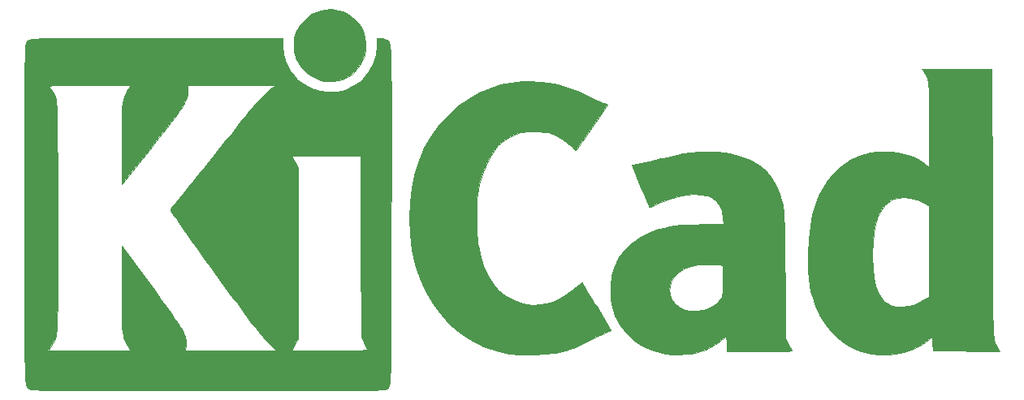
<source format=gbr>
%TF.GenerationSoftware,KiCad,Pcbnew,8.99.0-77eaa75db1*%
%TF.CreationDate,2024-04-05T00:54:02+02:00*%
%TF.ProjectId,template,74656d70-6c61-4746-952e-6b696361645f,0.1.0*%
%TF.SameCoordinates,Original*%
%TF.FileFunction,Legend,Top*%
%TF.FilePolarity,Positive*%
%FSLAX46Y46*%
G04 Gerber Fmt 4.6, Leading zero omitted, Abs format (unit mm)*
G04 Created by KiCad (PCBNEW 8.99.0-77eaa75db1) date 2024-04-05 00:54:02*
%MOMM*%
%LPD*%
G01*
G04 APERTURE LIST*
%ADD10C,0.010000*%
%ADD11C,3.000000*%
G04 APERTURE END LIST*
D10*
%TO.C,REF\u002A\u002A*%
X141923853Y-33349481D02*
X142607527Y-33586525D01*
X143244052Y-33959631D01*
X143812525Y-34468751D01*
X144292043Y-35113836D01*
X144507442Y-35520430D01*
X144693861Y-36089144D01*
X144784217Y-36745703D01*
X144774209Y-37420684D01*
X144663112Y-38032332D01*
X144359462Y-38779746D01*
X143919141Y-39428074D01*
X143364529Y-39964558D01*
X142718008Y-40376444D01*
X142001955Y-40650974D01*
X141238751Y-40775391D01*
X140450777Y-40736940D01*
X140062365Y-40654767D01*
X139305384Y-40360303D01*
X138633063Y-39910967D01*
X138061618Y-39320611D01*
X137607268Y-38603089D01*
X137568828Y-38524731D01*
X137435943Y-38230684D01*
X137352505Y-37983035D01*
X137307204Y-37721784D01*
X137288729Y-37386932D01*
X137285663Y-37022581D01*
X137290733Y-36584829D01*
X137313620Y-36268365D01*
X137365835Y-36012509D01*
X137458892Y-35756579D01*
X137573759Y-35504078D01*
X138002209Y-34787301D01*
X138529828Y-34206932D01*
X139135712Y-33762922D01*
X139798959Y-33455221D01*
X140498667Y-33283780D01*
X141213932Y-33248550D01*
X141923853Y-33349481D01*
G36*
X141923853Y-33349481D02*
G01*
X142607527Y-33586525D01*
X143244052Y-33959631D01*
X143812525Y-34468751D01*
X144292043Y-35113836D01*
X144507442Y-35520430D01*
X144693861Y-36089144D01*
X144784217Y-36745703D01*
X144774209Y-37420684D01*
X144663112Y-38032332D01*
X144359462Y-38779746D01*
X143919141Y-39428074D01*
X143364529Y-39964558D01*
X142718008Y-40376444D01*
X142001955Y-40650974D01*
X141238751Y-40775391D01*
X140450777Y-40736940D01*
X140062365Y-40654767D01*
X139305384Y-40360303D01*
X138633063Y-39910967D01*
X138061618Y-39320611D01*
X137607268Y-38603089D01*
X137568828Y-38524731D01*
X137435943Y-38230684D01*
X137352505Y-37983035D01*
X137307204Y-37721784D01*
X137288729Y-37386932D01*
X137285663Y-37022581D01*
X137290733Y-36584829D01*
X137313620Y-36268365D01*
X137365835Y-36012509D01*
X137458892Y-35756579D01*
X137573759Y-35504078D01*
X138002209Y-34787301D01*
X138529828Y-34206932D01*
X139135712Y-33762922D01*
X139798959Y-33455221D01*
X140498667Y-33283780D01*
X141213932Y-33248550D01*
X141923853Y-33349481D01*
G37*
X162917310Y-40802591D02*
X163899021Y-40910065D01*
X164850132Y-41102432D01*
X165809334Y-41389724D01*
X166815320Y-41781978D01*
X167906780Y-42289225D01*
X168103339Y-42387478D01*
X168554413Y-42609700D01*
X168979838Y-42809799D01*
X169337626Y-42968664D01*
X169585788Y-43067184D01*
X169623910Y-43079588D01*
X169989247Y-43189046D01*
X168353853Y-45568179D01*
X167954021Y-46149650D01*
X167588463Y-46680900D01*
X167269611Y-47143894D01*
X167009897Y-47520595D01*
X166821751Y-47792966D01*
X166717605Y-47942971D01*
X166700685Y-47966728D01*
X166631963Y-47917057D01*
X166462798Y-47767735D01*
X166223446Y-47545885D01*
X166091353Y-47420491D01*
X165342942Y-46825226D01*
X164502422Y-46372893D01*
X163778136Y-46125124D01*
X163343358Y-46047311D01*
X162798978Y-45999892D01*
X162209023Y-45983747D01*
X161637520Y-45999755D01*
X161148496Y-46048794D01*
X160953357Y-46086351D01*
X160073824Y-46388949D01*
X159281261Y-46850986D01*
X158576253Y-47471617D01*
X157959388Y-48249997D01*
X157431252Y-49185281D01*
X156992432Y-50276625D01*
X156643515Y-51523183D01*
X156436150Y-52590322D01*
X156382049Y-53061422D01*
X156345188Y-53670014D01*
X156325210Y-54372365D01*
X156321759Y-55124740D01*
X156334479Y-55883406D01*
X156363013Y-56604629D01*
X156407005Y-57244675D01*
X156466100Y-57759809D01*
X156478892Y-57839288D01*
X156760836Y-59119535D01*
X157144986Y-60252612D01*
X157633677Y-61243595D01*
X158229248Y-62097560D01*
X158652000Y-62559251D01*
X159411752Y-63186092D01*
X160244960Y-63650735D01*
X161137568Y-63950651D01*
X162075522Y-64083312D01*
X163044766Y-64046190D01*
X164031244Y-63836755D01*
X164614467Y-63631824D01*
X165421553Y-63221455D01*
X166253401Y-62632791D01*
X166719365Y-62234707D01*
X166981005Y-62004303D01*
X167186568Y-61835264D01*
X167303576Y-61753812D01*
X167318100Y-61751327D01*
X167370325Y-61834557D01*
X167505643Y-62054495D01*
X167712525Y-62392285D01*
X167979445Y-62829072D01*
X168294876Y-63346001D01*
X168647289Y-63924217D01*
X168843446Y-64246321D01*
X170341756Y-66707338D01*
X168471057Y-67631832D01*
X167794681Y-67963908D01*
X167246759Y-68225765D01*
X166793798Y-68430409D01*
X166402305Y-68590844D01*
X166038789Y-68720076D01*
X165669755Y-68831110D01*
X165261713Y-68936952D01*
X164870609Y-69029898D01*
X164522985Y-69101819D01*
X164159440Y-69156171D01*
X163743579Y-69195970D01*
X163239010Y-69224232D01*
X162609337Y-69243975D01*
X162184946Y-69252496D01*
X161579411Y-69258312D01*
X160998779Y-69255380D01*
X160481476Y-69244535D01*
X160065926Y-69226613D01*
X159790554Y-69202450D01*
X159774236Y-69200041D01*
X158344304Y-68890683D01*
X157001499Y-68421498D01*
X155746295Y-67792797D01*
X154579162Y-67004888D01*
X153500574Y-66058081D01*
X152511003Y-64952685D01*
X151794330Y-63970251D01*
X151031371Y-62684328D01*
X150414631Y-61326319D01*
X149941128Y-59885334D01*
X149607881Y-58350487D01*
X149411906Y-56710890D01*
X149350164Y-55045999D01*
X149400944Y-53435447D01*
X149560520Y-51949475D01*
X149833963Y-50563019D01*
X150226344Y-49251013D01*
X150742733Y-47988393D01*
X150804392Y-47857583D01*
X151483687Y-46634799D01*
X152318008Y-45471199D01*
X153283718Y-44390867D01*
X154357180Y-43417889D01*
X155514755Y-42576348D01*
X156593379Y-41959048D01*
X157683015Y-41475567D01*
X158774964Y-41125344D01*
X159911496Y-40898843D01*
X161134884Y-40786534D01*
X161866308Y-40769975D01*
X162917310Y-40802591D01*
G36*
X162917310Y-40802591D02*
G01*
X163899021Y-40910065D01*
X164850132Y-41102432D01*
X165809334Y-41389724D01*
X166815320Y-41781978D01*
X167906780Y-42289225D01*
X168103339Y-42387478D01*
X168554413Y-42609700D01*
X168979838Y-42809799D01*
X169337626Y-42968664D01*
X169585788Y-43067184D01*
X169623910Y-43079588D01*
X169989247Y-43189046D01*
X168353853Y-45568179D01*
X167954021Y-46149650D01*
X167588463Y-46680900D01*
X167269611Y-47143894D01*
X167009897Y-47520595D01*
X166821751Y-47792966D01*
X166717605Y-47942971D01*
X166700685Y-47966728D01*
X166631963Y-47917057D01*
X166462798Y-47767735D01*
X166223446Y-47545885D01*
X166091353Y-47420491D01*
X165342942Y-46825226D01*
X164502422Y-46372893D01*
X163778136Y-46125124D01*
X163343358Y-46047311D01*
X162798978Y-45999892D01*
X162209023Y-45983747D01*
X161637520Y-45999755D01*
X161148496Y-46048794D01*
X160953357Y-46086351D01*
X160073824Y-46388949D01*
X159281261Y-46850986D01*
X158576253Y-47471617D01*
X157959388Y-48249997D01*
X157431252Y-49185281D01*
X156992432Y-50276625D01*
X156643515Y-51523183D01*
X156436150Y-52590322D01*
X156382049Y-53061422D01*
X156345188Y-53670014D01*
X156325210Y-54372365D01*
X156321759Y-55124740D01*
X156334479Y-55883406D01*
X156363013Y-56604629D01*
X156407005Y-57244675D01*
X156466100Y-57759809D01*
X156478892Y-57839288D01*
X156760836Y-59119535D01*
X157144986Y-60252612D01*
X157633677Y-61243595D01*
X158229248Y-62097560D01*
X158652000Y-62559251D01*
X159411752Y-63186092D01*
X160244960Y-63650735D01*
X161137568Y-63950651D01*
X162075522Y-64083312D01*
X163044766Y-64046190D01*
X164031244Y-63836755D01*
X164614467Y-63631824D01*
X165421553Y-63221455D01*
X166253401Y-62632791D01*
X166719365Y-62234707D01*
X166981005Y-62004303D01*
X167186568Y-61835264D01*
X167303576Y-61753812D01*
X167318100Y-61751327D01*
X167370325Y-61834557D01*
X167505643Y-62054495D01*
X167712525Y-62392285D01*
X167979445Y-62829072D01*
X168294876Y-63346001D01*
X168647289Y-63924217D01*
X168843446Y-64246321D01*
X170341756Y-66707338D01*
X168471057Y-67631832D01*
X167794681Y-67963908D01*
X167246759Y-68225765D01*
X166793798Y-68430409D01*
X166402305Y-68590844D01*
X166038789Y-68720076D01*
X165669755Y-68831110D01*
X165261713Y-68936952D01*
X164870609Y-69029898D01*
X164522985Y-69101819D01*
X164159440Y-69156171D01*
X163743579Y-69195970D01*
X163239010Y-69224232D01*
X162609337Y-69243975D01*
X162184946Y-69252496D01*
X161579411Y-69258312D01*
X160998779Y-69255380D01*
X160481476Y-69244535D01*
X160065926Y-69226613D01*
X159790554Y-69202450D01*
X159774236Y-69200041D01*
X158344304Y-68890683D01*
X157001499Y-68421498D01*
X155746295Y-67792797D01*
X154579162Y-67004888D01*
X153500574Y-66058081D01*
X152511003Y-64952685D01*
X151794330Y-63970251D01*
X151031371Y-62684328D01*
X150414631Y-61326319D01*
X149941128Y-59885334D01*
X149607881Y-58350487D01*
X149411906Y-56710890D01*
X149350164Y-55045999D01*
X149400944Y-53435447D01*
X149560520Y-51949475D01*
X149833963Y-50563019D01*
X150226344Y-49251013D01*
X150742733Y-47988393D01*
X150804392Y-47857583D01*
X151483687Y-46634799D01*
X152318008Y-45471199D01*
X153283718Y-44390867D01*
X154357180Y-43417889D01*
X155514755Y-42576348D01*
X156593379Y-41959048D01*
X157683015Y-41475567D01*
X158774964Y-41125344D01*
X159911496Y-40898843D01*
X161134884Y-40786534D01*
X161866308Y-40769975D01*
X162917310Y-40802591D01*
G37*
X205369891Y-39452060D02*
X206144181Y-39455237D01*
X206407347Y-39456841D01*
X210026164Y-39480645D01*
X210071684Y-53364158D01*
X210077696Y-55246803D01*
X210083028Y-56956215D01*
X210088021Y-58501238D01*
X210093020Y-59890713D01*
X210098365Y-61133485D01*
X210104400Y-62238396D01*
X210111467Y-63214289D01*
X210119909Y-64070007D01*
X210130067Y-64814393D01*
X210142285Y-65456291D01*
X210156905Y-66004543D01*
X210174269Y-66467992D01*
X210194720Y-66855482D01*
X210218600Y-67175855D01*
X210246252Y-67437954D01*
X210278019Y-67650623D01*
X210314242Y-67822704D01*
X210355264Y-67963041D01*
X210401428Y-68080476D01*
X210453076Y-68183852D01*
X210510551Y-68282014D01*
X210574195Y-68383802D01*
X210644351Y-68498062D01*
X210658731Y-68522399D01*
X210899987Y-68934072D01*
X203926523Y-68886380D01*
X203881003Y-68120475D01*
X203856219Y-67752911D01*
X203830391Y-67540408D01*
X203795345Y-67456089D01*
X203742909Y-67473075D01*
X203698924Y-67521661D01*
X203507323Y-67698639D01*
X203195045Y-67926123D01*
X202806085Y-68176933D01*
X202384439Y-68423889D01*
X201974106Y-68639810D01*
X201659045Y-68781870D01*
X200920915Y-69015316D01*
X200074023Y-69180681D01*
X199180889Y-69271648D01*
X198304036Y-69281896D01*
X197505984Y-69205109D01*
X197492844Y-69202910D01*
X196400844Y-68928898D01*
X195378626Y-68492334D01*
X194436049Y-67902602D01*
X193582974Y-67169086D01*
X192829260Y-66301171D01*
X192184766Y-65308241D01*
X191659353Y-64199679D01*
X191373280Y-63378495D01*
X191184630Y-62691484D01*
X191044728Y-62026224D01*
X190949298Y-61342301D01*
X190894062Y-60599302D01*
X190874743Y-59756816D01*
X190883300Y-59068873D01*
X197601086Y-59068873D01*
X197632875Y-60222441D01*
X197733156Y-61214891D01*
X197905012Y-62055032D01*
X198151529Y-62751673D01*
X198475793Y-63313622D01*
X198880888Y-63749687D01*
X199348486Y-64057951D01*
X199591801Y-64173031D01*
X199802824Y-64242025D01*
X200038092Y-64273589D01*
X200354142Y-64276384D01*
X200694623Y-64264094D01*
X201364205Y-64205034D01*
X201893783Y-64089378D01*
X202060215Y-64031445D01*
X202440250Y-63860340D01*
X202841076Y-63645476D01*
X203016129Y-63537921D01*
X203471326Y-63239350D01*
X203471326Y-53775687D01*
X202970609Y-53475550D01*
X202272307Y-53136409D01*
X201558862Y-52935838D01*
X200856366Y-52872653D01*
X200190911Y-52945672D01*
X199588591Y-53153710D01*
X199075497Y-53495586D01*
X198909938Y-53659687D01*
X198510874Y-54197372D01*
X198187880Y-54848236D01*
X197938259Y-55623437D01*
X197759310Y-56534129D01*
X197648333Y-57591470D01*
X197602631Y-58806614D01*
X197601086Y-59068873D01*
X190883300Y-59068873D01*
X190886863Y-58782520D01*
X190963608Y-57283862D01*
X191117927Y-55932093D01*
X191353882Y-54707523D01*
X191675538Y-53590459D01*
X192086958Y-52561210D01*
X192233772Y-52256072D01*
X192825136Y-51260988D01*
X193539768Y-50376692D01*
X194360865Y-49617459D01*
X195271626Y-48997561D01*
X196255247Y-48531274D01*
X196844865Y-48338928D01*
X197423929Y-48224741D01*
X198120683Y-48156803D01*
X198876715Y-48135084D01*
X199633616Y-48159554D01*
X200332974Y-48230183D01*
X200894507Y-48340985D01*
X201562859Y-48558273D01*
X202210650Y-48837690D01*
X202777416Y-49150933D01*
X203079070Y-49363527D01*
X203287147Y-49521613D01*
X203432845Y-49617871D01*
X203465987Y-49631541D01*
X203476263Y-49543470D01*
X203485844Y-49291130D01*
X203494518Y-48892328D01*
X203502072Y-48364875D01*
X203508294Y-47726578D01*
X203512971Y-46995247D01*
X203515892Y-46188689D01*
X203516845Y-45367157D01*
X203516313Y-44314919D01*
X203513695Y-43427791D01*
X203507463Y-42688803D01*
X203496085Y-42080987D01*
X203478031Y-41587374D01*
X203451773Y-41190996D01*
X203415779Y-40874884D01*
X203368519Y-40622068D01*
X203308464Y-40415581D01*
X203234084Y-40238453D01*
X203143847Y-40073717D01*
X203036225Y-39904402D01*
X203022379Y-39883439D01*
X202883571Y-39664150D01*
X202799766Y-39513359D01*
X202788530Y-39481552D01*
X202876343Y-39471517D01*
X203126897Y-39463353D01*
X203520859Y-39457194D01*
X204038899Y-39453171D01*
X204661687Y-39451415D01*
X205369891Y-39452060D01*
G36*
X205369891Y-39452060D02*
G01*
X206144181Y-39455237D01*
X206407347Y-39456841D01*
X210026164Y-39480645D01*
X210071684Y-53364158D01*
X210077696Y-55246803D01*
X210083028Y-56956215D01*
X210088021Y-58501238D01*
X210093020Y-59890713D01*
X210098365Y-61133485D01*
X210104400Y-62238396D01*
X210111467Y-63214289D01*
X210119909Y-64070007D01*
X210130067Y-64814393D01*
X210142285Y-65456291D01*
X210156905Y-66004543D01*
X210174269Y-66467992D01*
X210194720Y-66855482D01*
X210218600Y-67175855D01*
X210246252Y-67437954D01*
X210278019Y-67650623D01*
X210314242Y-67822704D01*
X210355264Y-67963041D01*
X210401428Y-68080476D01*
X210453076Y-68183852D01*
X210510551Y-68282014D01*
X210574195Y-68383802D01*
X210644351Y-68498062D01*
X210658731Y-68522399D01*
X210899987Y-68934072D01*
X203926523Y-68886380D01*
X203881003Y-68120475D01*
X203856219Y-67752911D01*
X203830391Y-67540408D01*
X203795345Y-67456089D01*
X203742909Y-67473075D01*
X203698924Y-67521661D01*
X203507323Y-67698639D01*
X203195045Y-67926123D01*
X202806085Y-68176933D01*
X202384439Y-68423889D01*
X201974106Y-68639810D01*
X201659045Y-68781870D01*
X200920915Y-69015316D01*
X200074023Y-69180681D01*
X199180889Y-69271648D01*
X198304036Y-69281896D01*
X197505984Y-69205109D01*
X197492844Y-69202910D01*
X196400844Y-68928898D01*
X195378626Y-68492334D01*
X194436049Y-67902602D01*
X193582974Y-67169086D01*
X192829260Y-66301171D01*
X192184766Y-65308241D01*
X191659353Y-64199679D01*
X191373280Y-63378495D01*
X191184630Y-62691484D01*
X191044728Y-62026224D01*
X190949298Y-61342301D01*
X190894062Y-60599302D01*
X190874743Y-59756816D01*
X190883300Y-59068873D01*
X197601086Y-59068873D01*
X197632875Y-60222441D01*
X197733156Y-61214891D01*
X197905012Y-62055032D01*
X198151529Y-62751673D01*
X198475793Y-63313622D01*
X198880888Y-63749687D01*
X199348486Y-64057951D01*
X199591801Y-64173031D01*
X199802824Y-64242025D01*
X200038092Y-64273589D01*
X200354142Y-64276384D01*
X200694623Y-64264094D01*
X201364205Y-64205034D01*
X201893783Y-64089378D01*
X202060215Y-64031445D01*
X202440250Y-63860340D01*
X202841076Y-63645476D01*
X203016129Y-63537921D01*
X203471326Y-63239350D01*
X203471326Y-53775687D01*
X202970609Y-53475550D01*
X202272307Y-53136409D01*
X201558862Y-52935838D01*
X200856366Y-52872653D01*
X200190911Y-52945672D01*
X199588591Y-53153710D01*
X199075497Y-53495586D01*
X198909938Y-53659687D01*
X198510874Y-54197372D01*
X198187880Y-54848236D01*
X197938259Y-55623437D01*
X197759310Y-56534129D01*
X197648333Y-57591470D01*
X197602631Y-58806614D01*
X197601086Y-59068873D01*
X190883300Y-59068873D01*
X190886863Y-58782520D01*
X190963608Y-57283862D01*
X191117927Y-55932093D01*
X191353882Y-54707523D01*
X191675538Y-53590459D01*
X192086958Y-52561210D01*
X192233772Y-52256072D01*
X192825136Y-51260988D01*
X193539768Y-50376692D01*
X194360865Y-49617459D01*
X195271626Y-48997561D01*
X196255247Y-48531274D01*
X196844865Y-48338928D01*
X197423929Y-48224741D01*
X198120683Y-48156803D01*
X198876715Y-48135084D01*
X199633616Y-48159554D01*
X200332974Y-48230183D01*
X200894507Y-48340985D01*
X201562859Y-48558273D01*
X202210650Y-48837690D01*
X202777416Y-49150933D01*
X203079070Y-49363527D01*
X203287147Y-49521613D01*
X203432845Y-49617871D01*
X203465987Y-49631541D01*
X203476263Y-49543470D01*
X203485844Y-49291130D01*
X203494518Y-48892328D01*
X203502072Y-48364875D01*
X203508294Y-47726578D01*
X203512971Y-46995247D01*
X203515892Y-46188689D01*
X203516845Y-45367157D01*
X203516313Y-44314919D01*
X203513695Y-43427791D01*
X203507463Y-42688803D01*
X203496085Y-42080987D01*
X203478031Y-41587374D01*
X203451773Y-41190996D01*
X203415779Y-40874884D01*
X203368519Y-40622068D01*
X203308464Y-40415581D01*
X203234084Y-40238453D01*
X203143847Y-40073717D01*
X203036225Y-39904402D01*
X203022379Y-39883439D01*
X202883571Y-39664150D01*
X202799766Y-39513359D01*
X202788530Y-39481552D01*
X202876343Y-39471517D01*
X203126897Y-39463353D01*
X203520859Y-39457194D01*
X204038899Y-39453171D01*
X204661687Y-39451415D01*
X205369891Y-39452060D01*
G37*
X181003171Y-48121226D02*
X181454240Y-48155370D01*
X182744807Y-48327075D01*
X183887739Y-48600943D01*
X184888601Y-48980742D01*
X185752962Y-49470241D01*
X186486389Y-50073207D01*
X187094447Y-50793408D01*
X187582705Y-51634614D01*
X187939238Y-52544803D01*
X188029739Y-52835138D01*
X188108547Y-53107024D01*
X188176590Y-53375097D01*
X188234799Y-53653997D01*
X188284101Y-53958361D01*
X188325426Y-54302825D01*
X188359703Y-54702030D01*
X188387861Y-55170611D01*
X188410829Y-55723206D01*
X188429537Y-56374454D01*
X188444913Y-57138993D01*
X188457886Y-58031459D01*
X188469385Y-59066491D01*
X188480340Y-60258726D01*
X188488172Y-61193548D01*
X188540860Y-67611828D01*
X188882258Y-68229478D01*
X189043918Y-68527037D01*
X189164220Y-68758161D01*
X189221612Y-68881180D01*
X189223655Y-68889514D01*
X189135934Y-68899051D01*
X188886037Y-68907838D01*
X188493870Y-68915629D01*
X187979334Y-68922176D01*
X187362335Y-68927233D01*
X186662776Y-68930551D01*
X185900559Y-68931885D01*
X185809677Y-68931900D01*
X182395698Y-68931900D01*
X182395698Y-68158064D01*
X182389877Y-67808356D01*
X182374342Y-67540903D01*
X182351989Y-67397504D01*
X182342108Y-67384229D01*
X182251745Y-67439834D01*
X182065771Y-67585770D01*
X181824052Y-67790719D01*
X181818632Y-67795460D01*
X181377526Y-68123867D01*
X180820444Y-68453630D01*
X180210334Y-68752354D01*
X179610143Y-68987643D01*
X179345878Y-69068048D01*
X178819971Y-69170172D01*
X178174659Y-69235340D01*
X177469013Y-69262623D01*
X176762107Y-69251091D01*
X176113014Y-69199817D01*
X175658781Y-69126036D01*
X174544848Y-68798921D01*
X173542011Y-68332730D01*
X172656799Y-67733247D01*
X171895737Y-67006255D01*
X171265354Y-66157538D01*
X170772177Y-65192880D01*
X170559416Y-64607527D01*
X170426077Y-64038589D01*
X170337711Y-63355595D01*
X170296824Y-62621547D01*
X170298169Y-62514735D01*
X176455376Y-62514735D01*
X176506434Y-63060177D01*
X176676450Y-63513474D01*
X176990683Y-63934026D01*
X177111371Y-64057344D01*
X177540401Y-64390736D01*
X178036283Y-64604313D01*
X178630379Y-64707699D01*
X179255996Y-64715309D01*
X179849381Y-64665047D01*
X180303708Y-64566736D01*
X180501021Y-64492896D01*
X180856651Y-64291652D01*
X181233458Y-64008631D01*
X181577251Y-63690985D01*
X181833836Y-63385867D01*
X181901971Y-63273938D01*
X181954936Y-63117191D01*
X181992594Y-62867776D01*
X182016697Y-62501867D01*
X182029001Y-61995640D01*
X182031541Y-61513850D01*
X182029820Y-60952147D01*
X182022869Y-60545996D01*
X182008007Y-60268886D01*
X181982552Y-60094308D01*
X181943822Y-59995752D01*
X181889136Y-59946709D01*
X181872222Y-59938899D01*
X181725236Y-59914842D01*
X181435336Y-59895167D01*
X181041669Y-59881645D01*
X180583381Y-59876050D01*
X180483870Y-59876045D01*
X179871287Y-59885821D01*
X179398025Y-59914898D01*
X179021971Y-59967257D01*
X178711342Y-60043727D01*
X177940820Y-60335118D01*
X177336578Y-60693368D01*
X176893383Y-61124207D01*
X176606004Y-61633366D01*
X176469209Y-62226574D01*
X176455376Y-62514735D01*
X170298169Y-62514735D01*
X170305921Y-61899447D01*
X170367509Y-61252296D01*
X170415548Y-60990840D01*
X170722301Y-60020058D01*
X171188746Y-59126847D01*
X171806079Y-58319773D01*
X172565495Y-57607404D01*
X173458190Y-56998307D01*
X174475358Y-56501049D01*
X175340143Y-56199090D01*
X175918114Y-56040453D01*
X176470941Y-55917185D01*
X177034431Y-55825285D01*
X177644392Y-55760748D01*
X178336632Y-55719572D01*
X179146958Y-55697754D01*
X179879575Y-55691610D01*
X182051981Y-55685663D01*
X182010366Y-55032660D01*
X181892190Y-54324142D01*
X181640804Y-53715144D01*
X181266911Y-53220872D01*
X180781213Y-52856533D01*
X180353547Y-52678747D01*
X179740784Y-52566699D01*
X179011314Y-52550609D01*
X178199333Y-52624544D01*
X177339036Y-52782573D01*
X176464618Y-53018764D01*
X175610274Y-53327185D01*
X174989415Y-53609260D01*
X174690704Y-53754105D01*
X174462863Y-53855269D01*
X174346992Y-53894743D01*
X174340703Y-53893477D01*
X174300718Y-53805059D01*
X174200874Y-53570700D01*
X174050567Y-53212851D01*
X173859190Y-52753967D01*
X173636141Y-52216498D01*
X173409414Y-51667984D01*
X172502991Y-49471094D01*
X173147732Y-49365196D01*
X173427183Y-49312063D01*
X173847277Y-49222824D01*
X174372026Y-49105578D01*
X174965445Y-48968428D01*
X175591545Y-48819474D01*
X175840860Y-48758943D01*
X176919461Y-48508771D01*
X177863774Y-48321208D01*
X178709050Y-48192462D01*
X179490540Y-48118743D01*
X180243497Y-48096261D01*
X181003171Y-48121226D01*
G36*
X181003171Y-48121226D02*
G01*
X181454240Y-48155370D01*
X182744807Y-48327075D01*
X183887739Y-48600943D01*
X184888601Y-48980742D01*
X185752962Y-49470241D01*
X186486389Y-50073207D01*
X187094447Y-50793408D01*
X187582705Y-51634614D01*
X187939238Y-52544803D01*
X188029739Y-52835138D01*
X188108547Y-53107024D01*
X188176590Y-53375097D01*
X188234799Y-53653997D01*
X188284101Y-53958361D01*
X188325426Y-54302825D01*
X188359703Y-54702030D01*
X188387861Y-55170611D01*
X188410829Y-55723206D01*
X188429537Y-56374454D01*
X188444913Y-57138993D01*
X188457886Y-58031459D01*
X188469385Y-59066491D01*
X188480340Y-60258726D01*
X188488172Y-61193548D01*
X188540860Y-67611828D01*
X188882258Y-68229478D01*
X189043918Y-68527037D01*
X189164220Y-68758161D01*
X189221612Y-68881180D01*
X189223655Y-68889514D01*
X189135934Y-68899051D01*
X188886037Y-68907838D01*
X188493870Y-68915629D01*
X187979334Y-68922176D01*
X187362335Y-68927233D01*
X186662776Y-68930551D01*
X185900559Y-68931885D01*
X185809677Y-68931900D01*
X182395698Y-68931900D01*
X182395698Y-68158064D01*
X182389877Y-67808356D01*
X182374342Y-67540903D01*
X182351989Y-67397504D01*
X182342108Y-67384229D01*
X182251745Y-67439834D01*
X182065771Y-67585770D01*
X181824052Y-67790719D01*
X181818632Y-67795460D01*
X181377526Y-68123867D01*
X180820444Y-68453630D01*
X180210334Y-68752354D01*
X179610143Y-68987643D01*
X179345878Y-69068048D01*
X178819971Y-69170172D01*
X178174659Y-69235340D01*
X177469013Y-69262623D01*
X176762107Y-69251091D01*
X176113014Y-69199817D01*
X175658781Y-69126036D01*
X174544848Y-68798921D01*
X173542011Y-68332730D01*
X172656799Y-67733247D01*
X171895737Y-67006255D01*
X171265354Y-66157538D01*
X170772177Y-65192880D01*
X170559416Y-64607527D01*
X170426077Y-64038589D01*
X170337711Y-63355595D01*
X170296824Y-62621547D01*
X170298169Y-62514735D01*
X176455376Y-62514735D01*
X176506434Y-63060177D01*
X176676450Y-63513474D01*
X176990683Y-63934026D01*
X177111371Y-64057344D01*
X177540401Y-64390736D01*
X178036283Y-64604313D01*
X178630379Y-64707699D01*
X179255996Y-64715309D01*
X179849381Y-64665047D01*
X180303708Y-64566736D01*
X180501021Y-64492896D01*
X180856651Y-64291652D01*
X181233458Y-64008631D01*
X181577251Y-63690985D01*
X181833836Y-63385867D01*
X181901971Y-63273938D01*
X181954936Y-63117191D01*
X181992594Y-62867776D01*
X182016697Y-62501867D01*
X182029001Y-61995640D01*
X182031541Y-61513850D01*
X182029820Y-60952147D01*
X182022869Y-60545996D01*
X182008007Y-60268886D01*
X181982552Y-60094308D01*
X181943822Y-59995752D01*
X181889136Y-59946709D01*
X181872222Y-59938899D01*
X181725236Y-59914842D01*
X181435336Y-59895167D01*
X181041669Y-59881645D01*
X180583381Y-59876050D01*
X180483870Y-59876045D01*
X179871287Y-59885821D01*
X179398025Y-59914898D01*
X179021971Y-59967257D01*
X178711342Y-60043727D01*
X177940820Y-60335118D01*
X177336578Y-60693368D01*
X176893383Y-61124207D01*
X176606004Y-61633366D01*
X176469209Y-62226574D01*
X176455376Y-62514735D01*
X170298169Y-62514735D01*
X170305921Y-61899447D01*
X170367509Y-61252296D01*
X170415548Y-60990840D01*
X170722301Y-60020058D01*
X171188746Y-59126847D01*
X171806079Y-58319773D01*
X172565495Y-57607404D01*
X173458190Y-56998307D01*
X174475358Y-56501049D01*
X175340143Y-56199090D01*
X175918114Y-56040453D01*
X176470941Y-55917185D01*
X177034431Y-55825285D01*
X177644392Y-55760748D01*
X178336632Y-55719572D01*
X179146958Y-55697754D01*
X179879575Y-55691610D01*
X182051981Y-55685663D01*
X182010366Y-55032660D01*
X181892190Y-54324142D01*
X181640804Y-53715144D01*
X181266911Y-53220872D01*
X180781213Y-52856533D01*
X180353547Y-52678747D01*
X179740784Y-52566699D01*
X179011314Y-52550609D01*
X178199333Y-52624544D01*
X177339036Y-52782573D01*
X176464618Y-53018764D01*
X175610274Y-53327185D01*
X174989415Y-53609260D01*
X174690704Y-53754105D01*
X174462863Y-53855269D01*
X174346992Y-53894743D01*
X174340703Y-53893477D01*
X174300718Y-53805059D01*
X174200874Y-53570700D01*
X174050567Y-53212851D01*
X173859190Y-52753967D01*
X173636141Y-52216498D01*
X173409414Y-51667984D01*
X172502991Y-49471094D01*
X173147732Y-49365196D01*
X173427183Y-49312063D01*
X173847277Y-49222824D01*
X174372026Y-49105578D01*
X174965445Y-48968428D01*
X175591545Y-48819474D01*
X175840860Y-48758943D01*
X176919461Y-48508771D01*
X177863774Y-48321208D01*
X178709050Y-48192462D01*
X179490540Y-48118743D01*
X180243497Y-48096261D01*
X181003171Y-48121226D01*
G37*
X120508515Y-36248472D02*
X122262523Y-36248709D01*
X123078991Y-36248745D01*
X136147670Y-36248745D01*
X136147670Y-37019112D01*
X136229894Y-37956587D01*
X136478055Y-38821197D01*
X136894380Y-39618081D01*
X137481100Y-40352379D01*
X137679606Y-40550699D01*
X138393683Y-41113237D01*
X139181036Y-41523508D01*
X140018278Y-41781700D01*
X140882025Y-41887998D01*
X141748891Y-41842588D01*
X142595491Y-41645657D01*
X143398439Y-41297392D01*
X144134349Y-40797977D01*
X144464857Y-40496671D01*
X145080757Y-39757920D01*
X145532388Y-38945538D01*
X145815813Y-38068809D01*
X145927094Y-37137020D01*
X145928573Y-37045355D01*
X145934408Y-36248775D01*
X146284519Y-36248760D01*
X146595100Y-36290911D01*
X146878815Y-36393469D01*
X146897564Y-36404064D01*
X146961643Y-36437313D01*
X147020486Y-36463207D01*
X147074307Y-36489289D01*
X147123317Y-36523101D01*
X147167731Y-36572185D01*
X147207760Y-36644083D01*
X147243616Y-36746338D01*
X147275514Y-36886491D01*
X147303665Y-37072086D01*
X147328282Y-37310664D01*
X147349577Y-37609768D01*
X147367764Y-37976939D01*
X147383055Y-38419720D01*
X147395663Y-38945654D01*
X147405800Y-39562282D01*
X147413679Y-40277147D01*
X147419512Y-41097791D01*
X147423513Y-42031756D01*
X147425893Y-43086585D01*
X147426867Y-44269819D01*
X147426645Y-45589002D01*
X147425442Y-47051674D01*
X147423469Y-48665379D01*
X147420939Y-50437659D01*
X147418065Y-52376056D01*
X147415060Y-54488112D01*
X147414711Y-54745431D01*
X147412017Y-56870956D01*
X147409730Y-58821942D01*
X147407610Y-60605928D01*
X147405413Y-62230453D01*
X147402899Y-63703056D01*
X147399824Y-65031275D01*
X147395947Y-66222649D01*
X147391025Y-67284718D01*
X147384817Y-68225019D01*
X147377080Y-69051093D01*
X147367572Y-69770477D01*
X147356051Y-70390710D01*
X147342275Y-70919332D01*
X147326001Y-71363881D01*
X147306988Y-71731896D01*
X147284994Y-72030916D01*
X147259776Y-72268480D01*
X147231092Y-72452126D01*
X147198700Y-72589393D01*
X147162359Y-72687821D01*
X147121825Y-72754948D01*
X147076856Y-72798312D01*
X147027212Y-72825453D01*
X146972648Y-72843910D01*
X146912924Y-72861221D01*
X146847798Y-72884925D01*
X146831888Y-72892141D01*
X146781886Y-72908355D01*
X146698198Y-72923253D01*
X146573515Y-72936887D01*
X146400529Y-72949310D01*
X146171935Y-72960576D01*
X145880424Y-72970737D01*
X145518688Y-72979847D01*
X145079421Y-72987958D01*
X144555315Y-72995123D01*
X143939063Y-73001396D01*
X143223357Y-73006830D01*
X142400889Y-73011478D01*
X141464353Y-73015392D01*
X140406441Y-73018625D01*
X139219846Y-73021232D01*
X137897260Y-73023264D01*
X136431375Y-73024775D01*
X134814885Y-73025818D01*
X133040481Y-73026446D01*
X131100858Y-73026711D01*
X128988706Y-73026668D01*
X128304520Y-73026601D01*
X126145512Y-73026254D01*
X124161187Y-73025688D01*
X122344151Y-73024843D01*
X120687010Y-73023662D01*
X119182368Y-73022088D01*
X117822830Y-73020062D01*
X116601002Y-73017527D01*
X115509489Y-73014425D01*
X114540896Y-73010698D01*
X113687828Y-73006289D01*
X112942890Y-73001139D01*
X112298688Y-72995191D01*
X111747826Y-72988387D01*
X111282910Y-72980669D01*
X110896545Y-72971980D01*
X110581336Y-72962261D01*
X110329888Y-72951455D01*
X110134807Y-72939505D01*
X109988696Y-72926352D01*
X109884163Y-72911938D01*
X109813811Y-72896206D01*
X109775458Y-72881800D01*
X109707296Y-72853054D01*
X109644711Y-72831856D01*
X109587466Y-72810678D01*
X109535326Y-72781991D01*
X109488053Y-72738267D01*
X109445410Y-72671979D01*
X109407160Y-72575598D01*
X109373067Y-72441596D01*
X109342893Y-72262444D01*
X109316401Y-72030616D01*
X109293354Y-71738581D01*
X109273516Y-71378814D01*
X109256650Y-70943784D01*
X109242518Y-70425964D01*
X109230884Y-69817826D01*
X109221510Y-69111842D01*
X109219056Y-68840860D01*
X111648798Y-68840860D01*
X120236711Y-68840860D01*
X120071464Y-68590502D01*
X119907076Y-68333226D01*
X119767869Y-68088232D01*
X119651864Y-67838375D01*
X119557079Y-67566510D01*
X119481534Y-67255492D01*
X119423251Y-66888176D01*
X119380248Y-66447416D01*
X119350545Y-65916067D01*
X119332163Y-65276985D01*
X119323121Y-64513024D01*
X119321439Y-63607039D01*
X119325137Y-62541886D01*
X119327234Y-62146440D01*
X119350896Y-57907078D01*
X122036559Y-61563369D01*
X122797403Y-62600612D01*
X123456583Y-63503810D01*
X124021218Y-64284929D01*
X124498423Y-64955934D01*
X124895318Y-65528791D01*
X125219019Y-66015467D01*
X125476645Y-66427928D01*
X125675312Y-66778139D01*
X125822138Y-67078066D01*
X125924242Y-67339676D01*
X125988740Y-67574934D01*
X126022750Y-67795806D01*
X126033390Y-68014258D01*
X126027777Y-68242256D01*
X126026345Y-68270914D01*
X125996774Y-68841242D01*
X130702546Y-68841051D01*
X135408319Y-68840860D01*
X137061509Y-68840860D01*
X141079631Y-68840860D01*
X142038865Y-68840581D01*
X142831178Y-68839323D01*
X143471729Y-68836451D01*
X143975675Y-68831332D01*
X144358173Y-68823334D01*
X144634383Y-68811822D01*
X144819462Y-68796163D01*
X144928568Y-68775724D01*
X144976858Y-68749871D01*
X144979492Y-68717971D01*
X144951625Y-68679391D01*
X144951337Y-68679072D01*
X144836548Y-68513024D01*
X144684545Y-68243035D01*
X144550309Y-67973516D01*
X144295698Y-67429749D01*
X144269731Y-57984409D01*
X144243764Y-48539068D01*
X137061509Y-48539068D01*
X137401184Y-49153584D01*
X137740860Y-49768100D01*
X137740860Y-67611828D01*
X137401184Y-68226344D01*
X137061509Y-68840860D01*
X135408319Y-68840860D01*
X134708281Y-68134999D01*
X134518321Y-67941940D01*
X134338114Y-67754085D01*
X134159749Y-67561075D01*
X133975320Y-67352548D01*
X133776916Y-67118145D01*
X133556631Y-66847505D01*
X133306554Y-66530269D01*
X133018777Y-66156076D01*
X132685392Y-65714566D01*
X132298489Y-65195379D01*
X131850161Y-64588155D01*
X131332499Y-63882533D01*
X130737593Y-63068154D01*
X130057536Y-62134657D01*
X129284418Y-61071682D01*
X128650729Y-60199732D01*
X127855426Y-59104306D01*
X127161640Y-58146524D01*
X126563086Y-57317290D01*
X126053478Y-56607513D01*
X125626532Y-56008099D01*
X125275962Y-55509955D01*
X124995483Y-55103987D01*
X124778811Y-54781103D01*
X124619659Y-54532208D01*
X124511744Y-54348210D01*
X124448781Y-54220014D01*
X124424483Y-54138529D01*
X124431787Y-54095688D01*
X124520291Y-53981681D01*
X124711641Y-53740360D01*
X124994291Y-53386068D01*
X125356695Y-52933150D01*
X125787308Y-52395949D01*
X126274582Y-51788809D01*
X126806972Y-51126075D01*
X127372932Y-50422090D01*
X127960916Y-49691199D01*
X128559378Y-48947744D01*
X128888552Y-48539068D01*
X129156771Y-48206071D01*
X129741549Y-47480523D01*
X130302168Y-46785445D01*
X130827079Y-46135179D01*
X131304738Y-45544070D01*
X131723599Y-45026463D01*
X132072114Y-44596700D01*
X132338739Y-44269127D01*
X132495342Y-44078136D01*
X133103457Y-43363935D01*
X133688494Y-42719434D01*
X134229949Y-42165733D01*
X134707318Y-41723933D01*
X135046096Y-41453071D01*
X135446673Y-41164874D01*
X126233869Y-41164874D01*
X126236455Y-41705488D01*
X126210707Y-42102943D01*
X126113906Y-42471422D01*
X125964061Y-42820721D01*
X125866654Y-43018053D01*
X125761925Y-43213582D01*
X125640306Y-43420288D01*
X125492230Y-43651152D01*
X125308130Y-43919153D01*
X125078439Y-44237272D01*
X124793590Y-44618489D01*
X124444016Y-45075785D01*
X124020150Y-45622141D01*
X123512425Y-46270535D01*
X122911273Y-47033949D01*
X122207129Y-47925363D01*
X122127598Y-48025944D01*
X119350896Y-51537316D01*
X119324015Y-47648407D01*
X119318603Y-46483565D01*
X119319755Y-45497435D01*
X119327528Y-44686766D01*
X119341979Y-44048309D01*
X119363164Y-43578813D01*
X119391138Y-43275027D01*
X119400540Y-43217400D01*
X119548054Y-42610390D01*
X119741329Y-42063168D01*
X119961879Y-41623180D01*
X120094376Y-41436573D01*
X120322995Y-41164874D01*
X115985157Y-41164874D01*
X114950385Y-41165759D01*
X114085076Y-41168639D01*
X113376622Y-41173848D01*
X112812413Y-41181724D01*
X112379841Y-41192602D01*
X112066298Y-41206818D01*
X111859175Y-41224709D01*
X111745863Y-41246611D01*
X111713754Y-41272860D01*
X111715975Y-41278674D01*
X111807933Y-41417478D01*
X111961454Y-41637495D01*
X112040883Y-41748769D01*
X112123004Y-41859812D01*
X112196817Y-41959114D01*
X112262789Y-42056445D01*
X112321383Y-42161579D01*
X112373064Y-42284288D01*
X112418298Y-42434344D01*
X112457548Y-42621518D01*
X112491280Y-42855584D01*
X112519959Y-43146314D01*
X112544048Y-43503479D01*
X112564014Y-43936851D01*
X112580320Y-44456204D01*
X112593431Y-45071309D01*
X112603812Y-45791939D01*
X112611928Y-46627865D01*
X112618243Y-47588860D01*
X112623223Y-48684696D01*
X112627331Y-49925145D01*
X112631034Y-51319979D01*
X112634794Y-52878972D01*
X112638309Y-54311181D01*
X112641628Y-55907843D01*
X112643353Y-57431208D01*
X112643531Y-58871546D01*
X112642208Y-60219126D01*
X112639428Y-61464217D01*
X112635239Y-62597089D01*
X112629686Y-63608013D01*
X112622815Y-64487257D01*
X112614671Y-65225091D01*
X112605301Y-65811785D01*
X112594749Y-66237609D01*
X112583062Y-66492832D01*
X112580851Y-66519804D01*
X112500318Y-67138560D01*
X112374589Y-67635489D01*
X112183122Y-68069169D01*
X111905373Y-68498174D01*
X111870631Y-68544982D01*
X111648798Y-68840860D01*
X109219056Y-68840860D01*
X109214161Y-68300484D01*
X109208598Y-67376223D01*
X109204586Y-66331531D01*
X109201886Y-65158881D01*
X109200262Y-63850743D01*
X109199479Y-62399590D01*
X109199297Y-60797894D01*
X109199480Y-59038126D01*
X109199791Y-57112759D01*
X109199994Y-55014264D01*
X109200000Y-54597670D01*
X109200118Y-52477074D01*
X109200512Y-50531084D01*
X109201240Y-48752227D01*
X109202360Y-47133030D01*
X109203929Y-45666018D01*
X109206006Y-44343721D01*
X109208649Y-43158664D01*
X109211915Y-42103374D01*
X109215862Y-41170378D01*
X109220549Y-40352204D01*
X109226033Y-39641379D01*
X109232373Y-39030428D01*
X109239626Y-38511880D01*
X109247850Y-38078261D01*
X109257104Y-37722098D01*
X109267445Y-37435918D01*
X109278930Y-37212248D01*
X109291619Y-37043615D01*
X109305569Y-36922547D01*
X109320839Y-36841569D01*
X109337485Y-36793209D01*
X109338100Y-36792002D01*
X109372386Y-36718125D01*
X109400942Y-36651241D01*
X109432531Y-36591005D01*
X109475916Y-36537069D01*
X109539857Y-36489087D01*
X109633117Y-36446713D01*
X109764458Y-36409600D01*
X109942643Y-36377403D01*
X110176432Y-36349773D01*
X110474589Y-36326366D01*
X110845876Y-36306835D01*
X111299054Y-36290833D01*
X111842885Y-36278013D01*
X112486132Y-36268031D01*
X113237557Y-36260538D01*
X114105922Y-36255188D01*
X115099988Y-36251636D01*
X116228519Y-36249535D01*
X117500276Y-36248538D01*
X118924020Y-36248299D01*
X120508515Y-36248472D01*
G36*
X120508515Y-36248472D02*
G01*
X122262523Y-36248709D01*
X123078991Y-36248745D01*
X136147670Y-36248745D01*
X136147670Y-37019112D01*
X136229894Y-37956587D01*
X136478055Y-38821197D01*
X136894380Y-39618081D01*
X137481100Y-40352379D01*
X137679606Y-40550699D01*
X138393683Y-41113237D01*
X139181036Y-41523508D01*
X140018278Y-41781700D01*
X140882025Y-41887998D01*
X141748891Y-41842588D01*
X142595491Y-41645657D01*
X143398439Y-41297392D01*
X144134349Y-40797977D01*
X144464857Y-40496671D01*
X145080757Y-39757920D01*
X145532388Y-38945538D01*
X145815813Y-38068809D01*
X145927094Y-37137020D01*
X145928573Y-37045355D01*
X145934408Y-36248775D01*
X146284519Y-36248760D01*
X146595100Y-36290911D01*
X146878815Y-36393469D01*
X146897564Y-36404064D01*
X146961643Y-36437313D01*
X147020486Y-36463207D01*
X147074307Y-36489289D01*
X147123317Y-36523101D01*
X147167731Y-36572185D01*
X147207760Y-36644083D01*
X147243616Y-36746338D01*
X147275514Y-36886491D01*
X147303665Y-37072086D01*
X147328282Y-37310664D01*
X147349577Y-37609768D01*
X147367764Y-37976939D01*
X147383055Y-38419720D01*
X147395663Y-38945654D01*
X147405800Y-39562282D01*
X147413679Y-40277147D01*
X147419512Y-41097791D01*
X147423513Y-42031756D01*
X147425893Y-43086585D01*
X147426867Y-44269819D01*
X147426645Y-45589002D01*
X147425442Y-47051674D01*
X147423469Y-48665379D01*
X147420939Y-50437659D01*
X147418065Y-52376056D01*
X147415060Y-54488112D01*
X147414711Y-54745431D01*
X147412017Y-56870956D01*
X147409730Y-58821942D01*
X147407610Y-60605928D01*
X147405413Y-62230453D01*
X147402899Y-63703056D01*
X147399824Y-65031275D01*
X147395947Y-66222649D01*
X147391025Y-67284718D01*
X147384817Y-68225019D01*
X147377080Y-69051093D01*
X147367572Y-69770477D01*
X147356051Y-70390710D01*
X147342275Y-70919332D01*
X147326001Y-71363881D01*
X147306988Y-71731896D01*
X147284994Y-72030916D01*
X147259776Y-72268480D01*
X147231092Y-72452126D01*
X147198700Y-72589393D01*
X147162359Y-72687821D01*
X147121825Y-72754948D01*
X147076856Y-72798312D01*
X147027212Y-72825453D01*
X146972648Y-72843910D01*
X146912924Y-72861221D01*
X146847798Y-72884925D01*
X146831888Y-72892141D01*
X146781886Y-72908355D01*
X146698198Y-72923253D01*
X146573515Y-72936887D01*
X146400529Y-72949310D01*
X146171935Y-72960576D01*
X145880424Y-72970737D01*
X145518688Y-72979847D01*
X145079421Y-72987958D01*
X144555315Y-72995123D01*
X143939063Y-73001396D01*
X143223357Y-73006830D01*
X142400889Y-73011478D01*
X141464353Y-73015392D01*
X140406441Y-73018625D01*
X139219846Y-73021232D01*
X137897260Y-73023264D01*
X136431375Y-73024775D01*
X134814885Y-73025818D01*
X133040481Y-73026446D01*
X131100858Y-73026711D01*
X128988706Y-73026668D01*
X128304520Y-73026601D01*
X126145512Y-73026254D01*
X124161187Y-73025688D01*
X122344151Y-73024843D01*
X120687010Y-73023662D01*
X119182368Y-73022088D01*
X117822830Y-73020062D01*
X116601002Y-73017527D01*
X115509489Y-73014425D01*
X114540896Y-73010698D01*
X113687828Y-73006289D01*
X112942890Y-73001139D01*
X112298688Y-72995191D01*
X111747826Y-72988387D01*
X111282910Y-72980669D01*
X110896545Y-72971980D01*
X110581336Y-72962261D01*
X110329888Y-72951455D01*
X110134807Y-72939505D01*
X109988696Y-72926352D01*
X109884163Y-72911938D01*
X109813811Y-72896206D01*
X109775458Y-72881800D01*
X109707296Y-72853054D01*
X109644711Y-72831856D01*
X109587466Y-72810678D01*
X109535326Y-72781991D01*
X109488053Y-72738267D01*
X109445410Y-72671979D01*
X109407160Y-72575598D01*
X109373067Y-72441596D01*
X109342893Y-72262444D01*
X109316401Y-72030616D01*
X109293354Y-71738581D01*
X109273516Y-71378814D01*
X109256650Y-70943784D01*
X109242518Y-70425964D01*
X109230884Y-69817826D01*
X109221510Y-69111842D01*
X109219056Y-68840860D01*
X111648798Y-68840860D01*
X120236711Y-68840860D01*
X120071464Y-68590502D01*
X119907076Y-68333226D01*
X119767869Y-68088232D01*
X119651864Y-67838375D01*
X119557079Y-67566510D01*
X119481534Y-67255492D01*
X119423251Y-66888176D01*
X119380248Y-66447416D01*
X119350545Y-65916067D01*
X119332163Y-65276985D01*
X119323121Y-64513024D01*
X119321439Y-63607039D01*
X119325137Y-62541886D01*
X119327234Y-62146440D01*
X119350896Y-57907078D01*
X122036559Y-61563369D01*
X122797403Y-62600612D01*
X123456583Y-63503810D01*
X124021218Y-64284929D01*
X124498423Y-64955934D01*
X124895318Y-65528791D01*
X125219019Y-66015467D01*
X125476645Y-66427928D01*
X125675312Y-66778139D01*
X125822138Y-67078066D01*
X125924242Y-67339676D01*
X125988740Y-67574934D01*
X126022750Y-67795806D01*
X126033390Y-68014258D01*
X126027777Y-68242256D01*
X126026345Y-68270914D01*
X125996774Y-68841242D01*
X130702546Y-68841051D01*
X135408319Y-68840860D01*
X137061509Y-68840860D01*
X141079631Y-68840860D01*
X142038865Y-68840581D01*
X142831178Y-68839323D01*
X143471729Y-68836451D01*
X143975675Y-68831332D01*
X144358173Y-68823334D01*
X144634383Y-68811822D01*
X144819462Y-68796163D01*
X144928568Y-68775724D01*
X144976858Y-68749871D01*
X144979492Y-68717971D01*
X144951625Y-68679391D01*
X144951337Y-68679072D01*
X144836548Y-68513024D01*
X144684545Y-68243035D01*
X144550309Y-67973516D01*
X144295698Y-67429749D01*
X144269731Y-57984409D01*
X144243764Y-48539068D01*
X137061509Y-48539068D01*
X137401184Y-49153584D01*
X137740860Y-49768100D01*
X137740860Y-67611828D01*
X137401184Y-68226344D01*
X137061509Y-68840860D01*
X135408319Y-68840860D01*
X134708281Y-68134999D01*
X134518321Y-67941940D01*
X134338114Y-67754085D01*
X134159749Y-67561075D01*
X133975320Y-67352548D01*
X133776916Y-67118145D01*
X133556631Y-66847505D01*
X133306554Y-66530269D01*
X133018777Y-66156076D01*
X132685392Y-65714566D01*
X132298489Y-65195379D01*
X131850161Y-64588155D01*
X131332499Y-63882533D01*
X130737593Y-63068154D01*
X130057536Y-62134657D01*
X129284418Y-61071682D01*
X128650729Y-60199732D01*
X127855426Y-59104306D01*
X127161640Y-58146524D01*
X126563086Y-57317290D01*
X126053478Y-56607513D01*
X125626532Y-56008099D01*
X125275962Y-55509955D01*
X124995483Y-55103987D01*
X124778811Y-54781103D01*
X124619659Y-54532208D01*
X124511744Y-54348210D01*
X124448781Y-54220014D01*
X124424483Y-54138529D01*
X124431787Y-54095688D01*
X124520291Y-53981681D01*
X124711641Y-53740360D01*
X124994291Y-53386068D01*
X125356695Y-52933150D01*
X125787308Y-52395949D01*
X126274582Y-51788809D01*
X126806972Y-51126075D01*
X127372932Y-50422090D01*
X127960916Y-49691199D01*
X128559378Y-48947744D01*
X128888552Y-48539068D01*
X129156771Y-48206071D01*
X129741549Y-47480523D01*
X130302168Y-46785445D01*
X130827079Y-46135179D01*
X131304738Y-45544070D01*
X131723599Y-45026463D01*
X132072114Y-44596700D01*
X132338739Y-44269127D01*
X132495342Y-44078136D01*
X133103457Y-43363935D01*
X133688494Y-42719434D01*
X134229949Y-42165733D01*
X134707318Y-41723933D01*
X135046096Y-41453071D01*
X135446673Y-41164874D01*
X126233869Y-41164874D01*
X126236455Y-41705488D01*
X126210707Y-42102943D01*
X126113906Y-42471422D01*
X125964061Y-42820721D01*
X125866654Y-43018053D01*
X125761925Y-43213582D01*
X125640306Y-43420288D01*
X125492230Y-43651152D01*
X125308130Y-43919153D01*
X125078439Y-44237272D01*
X124793590Y-44618489D01*
X124444016Y-45075785D01*
X124020150Y-45622141D01*
X123512425Y-46270535D01*
X122911273Y-47033949D01*
X122207129Y-47925363D01*
X122127598Y-48025944D01*
X119350896Y-51537316D01*
X119324015Y-47648407D01*
X119318603Y-46483565D01*
X119319755Y-45497435D01*
X119327528Y-44686766D01*
X119341979Y-44048309D01*
X119363164Y-43578813D01*
X119391138Y-43275027D01*
X119400540Y-43217400D01*
X119548054Y-42610390D01*
X119741329Y-42063168D01*
X119961879Y-41623180D01*
X120094376Y-41436573D01*
X120322995Y-41164874D01*
X115985157Y-41164874D01*
X114950385Y-41165759D01*
X114085076Y-41168639D01*
X113376622Y-41173848D01*
X112812413Y-41181724D01*
X112379841Y-41192602D01*
X112066298Y-41206818D01*
X111859175Y-41224709D01*
X111745863Y-41246611D01*
X111713754Y-41272860D01*
X111715975Y-41278674D01*
X111807933Y-41417478D01*
X111961454Y-41637495D01*
X112040883Y-41748769D01*
X112123004Y-41859812D01*
X112196817Y-41959114D01*
X112262789Y-42056445D01*
X112321383Y-42161579D01*
X112373064Y-42284288D01*
X112418298Y-42434344D01*
X112457548Y-42621518D01*
X112491280Y-42855584D01*
X112519959Y-43146314D01*
X112544048Y-43503479D01*
X112564014Y-43936851D01*
X112580320Y-44456204D01*
X112593431Y-45071309D01*
X112603812Y-45791939D01*
X112611928Y-46627865D01*
X112618243Y-47588860D01*
X112623223Y-48684696D01*
X112627331Y-49925145D01*
X112631034Y-51319979D01*
X112634794Y-52878972D01*
X112638309Y-54311181D01*
X112641628Y-55907843D01*
X112643353Y-57431208D01*
X112643531Y-58871546D01*
X112642208Y-60219126D01*
X112639428Y-61464217D01*
X112635239Y-62597089D01*
X112629686Y-63608013D01*
X112622815Y-64487257D01*
X112614671Y-65225091D01*
X112605301Y-65811785D01*
X112594749Y-66237609D01*
X112583062Y-66492832D01*
X112580851Y-66519804D01*
X112500318Y-67138560D01*
X112374589Y-67635489D01*
X112183122Y-68069169D01*
X111905373Y-68498174D01*
X111870631Y-68544982D01*
X111648798Y-68840860D01*
X109219056Y-68840860D01*
X109214161Y-68300484D01*
X109208598Y-67376223D01*
X109204586Y-66331531D01*
X109201886Y-65158881D01*
X109200262Y-63850743D01*
X109199479Y-62399590D01*
X109199297Y-60797894D01*
X109199480Y-59038126D01*
X109199791Y-57112759D01*
X109199994Y-55014264D01*
X109200000Y-54597670D01*
X109200118Y-52477074D01*
X109200512Y-50531084D01*
X109201240Y-48752227D01*
X109202360Y-47133030D01*
X109203929Y-45666018D01*
X109206006Y-44343721D01*
X109208649Y-43158664D01*
X109211915Y-42103374D01*
X109215862Y-41170378D01*
X109220549Y-40352204D01*
X109226033Y-39641379D01*
X109232373Y-39030428D01*
X109239626Y-38511880D01*
X109247850Y-38078261D01*
X109257104Y-37722098D01*
X109267445Y-37435918D01*
X109278930Y-37212248D01*
X109291619Y-37043615D01*
X109305569Y-36922547D01*
X109320839Y-36841569D01*
X109337485Y-36793209D01*
X109338100Y-36792002D01*
X109372386Y-36718125D01*
X109400942Y-36651241D01*
X109432531Y-36591005D01*
X109475916Y-36537069D01*
X109539857Y-36489087D01*
X109633117Y-36446713D01*
X109764458Y-36409600D01*
X109942643Y-36377403D01*
X110176432Y-36349773D01*
X110474589Y-36326366D01*
X110845876Y-36306835D01*
X111299054Y-36290833D01*
X111842885Y-36278013D01*
X112486132Y-36268031D01*
X113237557Y-36260538D01*
X114105922Y-36255188D01*
X115099988Y-36251636D01*
X116228519Y-36249535D01*
X117500276Y-36248538D01*
X118924020Y-36248299D01*
X120508515Y-36248472D01*
G37*
%TD*%
%LPC*%
D11*
X111071428Y-76008285D02*
X119642857Y-76008285D01*
X115357142Y-91008285D02*
X115357142Y-76008285D01*
X130357142Y-90294000D02*
X128928570Y-91008285D01*
X128928570Y-91008285D02*
X126071428Y-91008285D01*
X126071428Y-91008285D02*
X124642856Y-90294000D01*
X124642856Y-90294000D02*
X123928570Y-88865428D01*
X123928570Y-88865428D02*
X123928570Y-83151142D01*
X123928570Y-83151142D02*
X124642856Y-81722571D01*
X124642856Y-81722571D02*
X126071428Y-81008285D01*
X126071428Y-81008285D02*
X128928570Y-81008285D01*
X128928570Y-81008285D02*
X130357142Y-81722571D01*
X130357142Y-81722571D02*
X131071428Y-83151142D01*
X131071428Y-83151142D02*
X131071428Y-84579714D01*
X131071428Y-84579714D02*
X123928570Y-86008285D01*
X137499999Y-91008285D02*
X137499999Y-81008285D01*
X137499999Y-82436857D02*
X138214285Y-81722571D01*
X138214285Y-81722571D02*
X139642856Y-81008285D01*
X139642856Y-81008285D02*
X141785713Y-81008285D01*
X141785713Y-81008285D02*
X143214285Y-81722571D01*
X143214285Y-81722571D02*
X143928571Y-83151142D01*
X143928571Y-83151142D02*
X143928571Y-91008285D01*
X143928571Y-83151142D02*
X144642856Y-81722571D01*
X144642856Y-81722571D02*
X146071428Y-81008285D01*
X146071428Y-81008285D02*
X148214285Y-81008285D01*
X148214285Y-81008285D02*
X149642856Y-81722571D01*
X149642856Y-81722571D02*
X150357142Y-83151142D01*
X150357142Y-83151142D02*
X150357142Y-91008285D01*
X157499999Y-81008285D02*
X157499999Y-96008285D01*
X157499999Y-81722571D02*
X158928571Y-81008285D01*
X158928571Y-81008285D02*
X161785713Y-81008285D01*
X161785713Y-81008285D02*
X163214285Y-81722571D01*
X163214285Y-81722571D02*
X163928571Y-82436857D01*
X163928571Y-82436857D02*
X164642856Y-83865428D01*
X164642856Y-83865428D02*
X164642856Y-88151142D01*
X164642856Y-88151142D02*
X163928571Y-89579714D01*
X163928571Y-89579714D02*
X163214285Y-90294000D01*
X163214285Y-90294000D02*
X161785713Y-91008285D01*
X161785713Y-91008285D02*
X158928571Y-91008285D01*
X158928571Y-91008285D02*
X157499999Y-90294000D01*
X173214285Y-91008285D02*
X171785714Y-90294000D01*
X171785714Y-90294000D02*
X171071428Y-88865428D01*
X171071428Y-88865428D02*
X171071428Y-76008285D01*
X185357143Y-91008285D02*
X185357143Y-83151142D01*
X185357143Y-83151142D02*
X184642857Y-81722571D01*
X184642857Y-81722571D02*
X183214285Y-81008285D01*
X183214285Y-81008285D02*
X180357143Y-81008285D01*
X180357143Y-81008285D02*
X178928571Y-81722571D01*
X185357143Y-90294000D02*
X183928571Y-91008285D01*
X183928571Y-91008285D02*
X180357143Y-91008285D01*
X180357143Y-91008285D02*
X178928571Y-90294000D01*
X178928571Y-90294000D02*
X178214285Y-88865428D01*
X178214285Y-88865428D02*
X178214285Y-87436857D01*
X178214285Y-87436857D02*
X178928571Y-86008285D01*
X178928571Y-86008285D02*
X180357143Y-85294000D01*
X180357143Y-85294000D02*
X183928571Y-85294000D01*
X183928571Y-85294000D02*
X185357143Y-84579714D01*
X190357143Y-81008285D02*
X196071429Y-81008285D01*
X192500000Y-76008285D02*
X192500000Y-88865428D01*
X192500000Y-88865428D02*
X193214286Y-90294000D01*
X193214286Y-90294000D02*
X194642857Y-91008285D01*
X194642857Y-91008285D02*
X196071429Y-91008285D01*
X206785715Y-90294000D02*
X205357143Y-91008285D01*
X205357143Y-91008285D02*
X202500001Y-91008285D01*
X202500001Y-91008285D02*
X201071429Y-90294000D01*
X201071429Y-90294000D02*
X200357143Y-88865428D01*
X200357143Y-88865428D02*
X200357143Y-83151142D01*
X200357143Y-83151142D02*
X201071429Y-81722571D01*
X201071429Y-81722571D02*
X202500001Y-81008285D01*
X202500001Y-81008285D02*
X205357143Y-81008285D01*
X205357143Y-81008285D02*
X206785715Y-81722571D01*
X206785715Y-81722571D02*
X207500001Y-83151142D01*
X207500001Y-83151142D02*
X207500001Y-84579714D01*
X207500001Y-84579714D02*
X200357143Y-86008285D01*
%LPD*%
M02*

</source>
